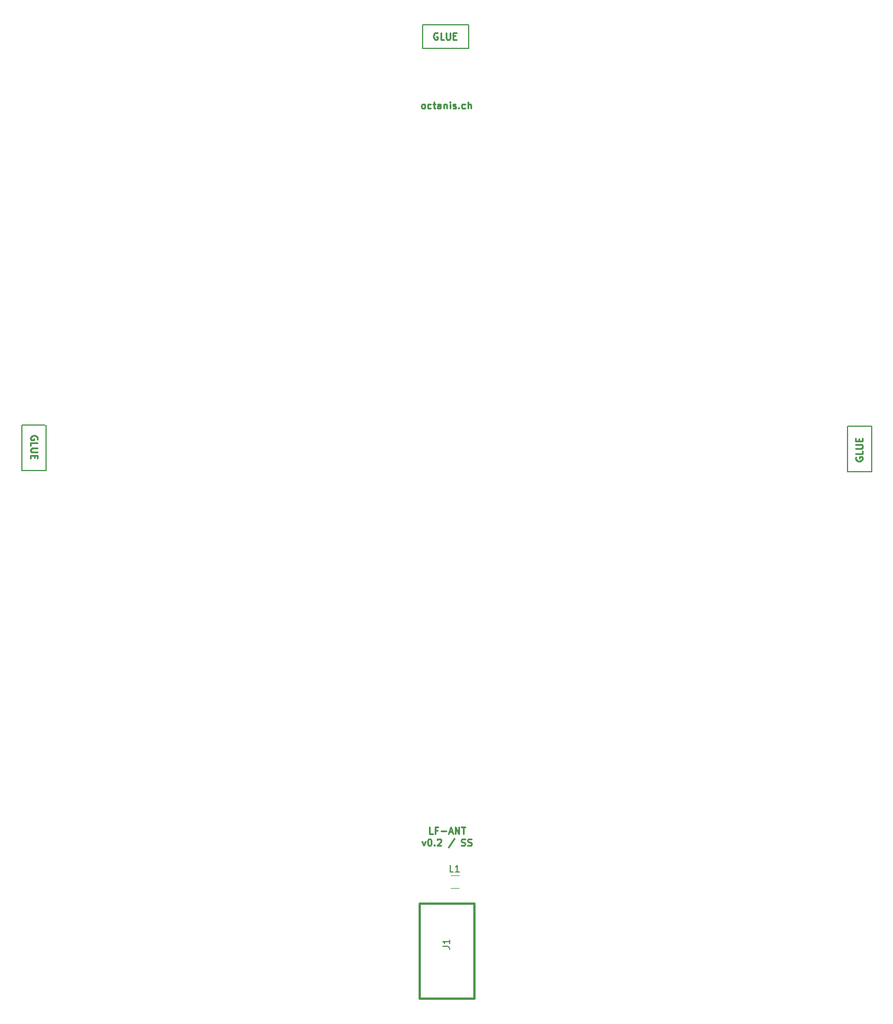
<source format=gbr>
%TF.GenerationSoftware,KiCad,Pcbnew,(5.1.6-0-10_14)*%
%TF.CreationDate,2021-12-31T12:36:28+01:00*%
%TF.ProjectId,LF_Antenna_v3,4c465f41-6e74-4656-9e6e-615f76332e6b,rev?*%
%TF.SameCoordinates,Original*%
%TF.FileFunction,Legend,Top*%
%TF.FilePolarity,Positive*%
%FSLAX46Y46*%
G04 Gerber Fmt 4.6, Leading zero omitted, Abs format (unit mm)*
G04 Created by KiCad (PCBNEW (5.1.6-0-10_14)) date 2021-12-31 12:36:28*
%MOMM*%
%LPD*%
G01*
G04 APERTURE LIST*
%ADD10C,0.250000*%
%ADD11C,0.150000*%
%ADD12C,0.300000*%
%ADD13C,0.120000*%
G04 APERTURE END LIST*
D10*
X107947619Y-44552380D02*
X107852380Y-44504761D01*
X107804761Y-44457142D01*
X107757142Y-44361904D01*
X107757142Y-44076190D01*
X107804761Y-43980952D01*
X107852380Y-43933333D01*
X107947619Y-43885714D01*
X108090476Y-43885714D01*
X108185714Y-43933333D01*
X108233333Y-43980952D01*
X108280952Y-44076190D01*
X108280952Y-44361904D01*
X108233333Y-44457142D01*
X108185714Y-44504761D01*
X108090476Y-44552380D01*
X107947619Y-44552380D01*
X109138095Y-44504761D02*
X109042857Y-44552380D01*
X108852380Y-44552380D01*
X108757142Y-44504761D01*
X108709523Y-44457142D01*
X108661904Y-44361904D01*
X108661904Y-44076190D01*
X108709523Y-43980952D01*
X108757142Y-43933333D01*
X108852380Y-43885714D01*
X109042857Y-43885714D01*
X109138095Y-43933333D01*
X109423809Y-43885714D02*
X109804761Y-43885714D01*
X109566666Y-43552380D02*
X109566666Y-44409523D01*
X109614285Y-44504761D01*
X109709523Y-44552380D01*
X109804761Y-44552380D01*
X110566666Y-44552380D02*
X110566666Y-44028571D01*
X110519047Y-43933333D01*
X110423809Y-43885714D01*
X110233333Y-43885714D01*
X110138095Y-43933333D01*
X110566666Y-44504761D02*
X110471428Y-44552380D01*
X110233333Y-44552380D01*
X110138095Y-44504761D01*
X110090476Y-44409523D01*
X110090476Y-44314285D01*
X110138095Y-44219047D01*
X110233333Y-44171428D01*
X110471428Y-44171428D01*
X110566666Y-44123809D01*
X111042857Y-43885714D02*
X111042857Y-44552380D01*
X111042857Y-43980952D02*
X111090476Y-43933333D01*
X111185714Y-43885714D01*
X111328571Y-43885714D01*
X111423809Y-43933333D01*
X111471428Y-44028571D01*
X111471428Y-44552380D01*
X111947619Y-44552380D02*
X111947619Y-43885714D01*
X111947619Y-43552380D02*
X111900000Y-43600000D01*
X111947619Y-43647619D01*
X111995238Y-43600000D01*
X111947619Y-43552380D01*
X111947619Y-43647619D01*
X112376190Y-44504761D02*
X112471428Y-44552380D01*
X112661904Y-44552380D01*
X112757142Y-44504761D01*
X112804761Y-44409523D01*
X112804761Y-44361904D01*
X112757142Y-44266666D01*
X112661904Y-44219047D01*
X112519047Y-44219047D01*
X112423809Y-44171428D01*
X112376190Y-44076190D01*
X112376190Y-44028571D01*
X112423809Y-43933333D01*
X112519047Y-43885714D01*
X112661904Y-43885714D01*
X112757142Y-43933333D01*
X113233333Y-44457142D02*
X113280952Y-44504761D01*
X113233333Y-44552380D01*
X113185714Y-44504761D01*
X113233333Y-44457142D01*
X113233333Y-44552380D01*
X114138095Y-44504761D02*
X114042857Y-44552380D01*
X113852380Y-44552380D01*
X113757142Y-44504761D01*
X113709523Y-44457142D01*
X113661904Y-44361904D01*
X113661904Y-44076190D01*
X113709523Y-43980952D01*
X113757142Y-43933333D01*
X113852380Y-43885714D01*
X114042857Y-43885714D01*
X114138095Y-43933333D01*
X114566666Y-44552380D02*
X114566666Y-43552380D01*
X114995238Y-44552380D02*
X114995238Y-44028571D01*
X114947619Y-43933333D01*
X114852380Y-43885714D01*
X114709523Y-43885714D01*
X114614285Y-43933333D01*
X114566666Y-43980952D01*
X109428571Y-151177380D02*
X108952380Y-151177380D01*
X108952380Y-150177380D01*
X110095238Y-150653571D02*
X109761904Y-150653571D01*
X109761904Y-151177380D02*
X109761904Y-150177380D01*
X110238095Y-150177380D01*
X110619047Y-150796428D02*
X111380952Y-150796428D01*
X111809523Y-150891666D02*
X112285714Y-150891666D01*
X111714285Y-151177380D02*
X112047619Y-150177380D01*
X112380952Y-151177380D01*
X112714285Y-151177380D02*
X112714285Y-150177380D01*
X113285714Y-151177380D01*
X113285714Y-150177380D01*
X113619047Y-150177380D02*
X114190476Y-150177380D01*
X113904761Y-151177380D02*
X113904761Y-150177380D01*
X107833333Y-152260714D02*
X108071428Y-152927380D01*
X108309523Y-152260714D01*
X108880952Y-151927380D02*
X108976190Y-151927380D01*
X109071428Y-151975000D01*
X109119047Y-152022619D01*
X109166666Y-152117857D01*
X109214285Y-152308333D01*
X109214285Y-152546428D01*
X109166666Y-152736904D01*
X109119047Y-152832142D01*
X109071428Y-152879761D01*
X108976190Y-152927380D01*
X108880952Y-152927380D01*
X108785714Y-152879761D01*
X108738095Y-152832142D01*
X108690476Y-152736904D01*
X108642857Y-152546428D01*
X108642857Y-152308333D01*
X108690476Y-152117857D01*
X108738095Y-152022619D01*
X108785714Y-151975000D01*
X108880952Y-151927380D01*
X109642857Y-152832142D02*
X109690476Y-152879761D01*
X109642857Y-152927380D01*
X109595238Y-152879761D01*
X109642857Y-152832142D01*
X109642857Y-152927380D01*
X110071428Y-152022619D02*
X110119047Y-151975000D01*
X110214285Y-151927380D01*
X110452380Y-151927380D01*
X110547619Y-151975000D01*
X110595238Y-152022619D01*
X110642857Y-152117857D01*
X110642857Y-152213095D01*
X110595238Y-152355952D01*
X110023809Y-152927380D01*
X110642857Y-152927380D01*
X112547619Y-151879761D02*
X111690476Y-153165476D01*
X113595238Y-152879761D02*
X113738095Y-152927380D01*
X113976190Y-152927380D01*
X114071428Y-152879761D01*
X114119047Y-152832142D01*
X114166666Y-152736904D01*
X114166666Y-152641666D01*
X114119047Y-152546428D01*
X114071428Y-152498809D01*
X113976190Y-152451190D01*
X113785714Y-152403571D01*
X113690476Y-152355952D01*
X113642857Y-152308333D01*
X113595238Y-152213095D01*
X113595238Y-152117857D01*
X113642857Y-152022619D01*
X113690476Y-151975000D01*
X113785714Y-151927380D01*
X114023809Y-151927380D01*
X114166666Y-151975000D01*
X114547619Y-152879761D02*
X114690476Y-152927380D01*
X114928571Y-152927380D01*
X115023809Y-152879761D01*
X115071428Y-152832142D01*
X115119047Y-152736904D01*
X115119047Y-152641666D01*
X115071428Y-152546428D01*
X115023809Y-152498809D01*
X114928571Y-152451190D01*
X114738095Y-152403571D01*
X114642857Y-152355952D01*
X114595238Y-152308333D01*
X114547619Y-152213095D01*
X114547619Y-152117857D01*
X114595238Y-152022619D01*
X114642857Y-151975000D01*
X114738095Y-151927380D01*
X114976190Y-151927380D01*
X115119047Y-151975000D01*
D11*
X52501800Y-97764600D02*
X52501800Y-91059000D01*
X52400200Y-91059000D02*
X48971200Y-91059000D01*
X48971200Y-91059000D02*
X48971200Y-97764600D01*
X48971200Y-97764600D02*
X52501800Y-97764600D01*
D10*
X51249200Y-93216552D02*
X51296819Y-93121314D01*
X51296819Y-92978457D01*
X51249200Y-92835600D01*
X51153961Y-92740361D01*
X51058723Y-92692742D01*
X50868247Y-92645123D01*
X50725390Y-92645123D01*
X50534914Y-92692742D01*
X50439676Y-92740361D01*
X50344438Y-92835600D01*
X50296819Y-92978457D01*
X50296819Y-93073695D01*
X50344438Y-93216552D01*
X50392057Y-93264171D01*
X50725390Y-93264171D01*
X50725390Y-93073695D01*
X50296819Y-94168933D02*
X50296819Y-93692742D01*
X51296819Y-93692742D01*
X51296819Y-94502266D02*
X50487295Y-94502266D01*
X50392057Y-94549885D01*
X50344438Y-94597504D01*
X50296819Y-94692742D01*
X50296819Y-94883219D01*
X50344438Y-94978457D01*
X50392057Y-95026076D01*
X50487295Y-95073695D01*
X51296819Y-95073695D01*
X50820628Y-95549885D02*
X50820628Y-95883219D01*
X50296819Y-96026076D02*
X50296819Y-95549885D01*
X51296819Y-95549885D01*
X51296819Y-96026076D01*
D11*
X170408600Y-91262200D02*
X170408600Y-97967800D01*
X170510200Y-97967800D02*
X173939200Y-97967800D01*
X173939200Y-97967800D02*
X173939200Y-91262200D01*
X173939200Y-91262200D02*
X170408600Y-91262200D01*
D10*
X171661200Y-95810247D02*
X171613580Y-95905485D01*
X171613580Y-96048342D01*
X171661200Y-96191200D01*
X171756438Y-96286438D01*
X171851676Y-96334057D01*
X172042152Y-96381676D01*
X172185009Y-96381676D01*
X172375485Y-96334057D01*
X172470723Y-96286438D01*
X172565961Y-96191200D01*
X172613580Y-96048342D01*
X172613580Y-95953104D01*
X172565961Y-95810247D01*
X172518342Y-95762628D01*
X172185009Y-95762628D01*
X172185009Y-95953104D01*
X172613580Y-94857866D02*
X172613580Y-95334057D01*
X171613580Y-95334057D01*
X171613580Y-94524533D02*
X172423104Y-94524533D01*
X172518342Y-94476914D01*
X172565961Y-94429295D01*
X172613580Y-94334057D01*
X172613580Y-94143580D01*
X172565961Y-94048342D01*
X172518342Y-94000723D01*
X172423104Y-93953104D01*
X171613580Y-93953104D01*
X172089771Y-93476914D02*
X172089771Y-93143580D01*
X172613580Y-93000723D02*
X172613580Y-93476914D01*
X171613580Y-93476914D01*
X171613580Y-93000723D01*
D11*
X114655600Y-32207200D02*
X107950000Y-32207200D01*
X114655600Y-35737800D02*
X114655600Y-32207200D01*
X107950000Y-35737800D02*
X114655600Y-35737800D01*
X107950000Y-32308800D02*
X107950000Y-35737800D01*
D10*
X110107552Y-33459800D02*
X110012314Y-33412180D01*
X109869457Y-33412180D01*
X109726600Y-33459800D01*
X109631361Y-33555038D01*
X109583742Y-33650276D01*
X109536123Y-33840752D01*
X109536123Y-33983609D01*
X109583742Y-34174085D01*
X109631361Y-34269323D01*
X109726600Y-34364561D01*
X109869457Y-34412180D01*
X109964695Y-34412180D01*
X110107552Y-34364561D01*
X110155171Y-34316942D01*
X110155171Y-33983609D01*
X109964695Y-33983609D01*
X111059933Y-34412180D02*
X110583742Y-34412180D01*
X110583742Y-33412180D01*
X111393266Y-33412180D02*
X111393266Y-34221704D01*
X111440885Y-34316942D01*
X111488504Y-34364561D01*
X111583742Y-34412180D01*
X111774219Y-34412180D01*
X111869457Y-34364561D01*
X111917076Y-34316942D01*
X111964695Y-34221704D01*
X111964695Y-33412180D01*
X112440885Y-33888371D02*
X112774219Y-33888371D01*
X112917076Y-34412180D02*
X112440885Y-34412180D01*
X112440885Y-33412180D01*
X112917076Y-33412180D01*
D12*
%TO.C,J1*%
X107500000Y-175400000D02*
X115500000Y-175400000D01*
X115500000Y-175400000D02*
X115500000Y-161400000D01*
X115500000Y-161400000D02*
X107500000Y-161400000D01*
X107500000Y-161400000D02*
X107500000Y-175400000D01*
D13*
%TO.C,L1*%
X112021536Y-157332000D02*
X113225664Y-157332000D01*
X112021536Y-159152000D02*
X113225664Y-159152000D01*
%TO.C,J1*%
D11*
X110872380Y-167733333D02*
X111586666Y-167733333D01*
X111729523Y-167780952D01*
X111824761Y-167876190D01*
X111872380Y-168019047D01*
X111872380Y-168114285D01*
X111872380Y-166733333D02*
X111872380Y-167304761D01*
X111872380Y-167019047D02*
X110872380Y-167019047D01*
X111015238Y-167114285D01*
X111110476Y-167209523D01*
X111158095Y-167304761D01*
%TO.C,L1*%
X112433333Y-156752380D02*
X111957142Y-156752380D01*
X111957142Y-155752380D01*
X113290476Y-156752380D02*
X112719047Y-156752380D01*
X113004761Y-156752380D02*
X113004761Y-155752380D01*
X112909523Y-155895238D01*
X112814285Y-155990476D01*
X112719047Y-156038095D01*
%TD*%
M02*

</source>
